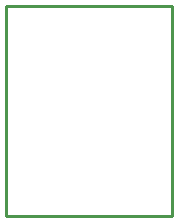
<source format=gm1>
G04*
G04 #@! TF.GenerationSoftware,Altium Limited,Altium Designer,22.2.1 (43)*
G04*
G04 Layer_Color=16711935*
%FSLAX25Y25*%
%MOIN*%
G70*
G04*
G04 #@! TF.SameCoordinates,2C4712D0-D379-43B9-8980-4D05732A6765*
G04*
G04*
G04 #@! TF.FilePolarity,Positive*
G04*
G01*
G75*
%ADD11C,0.01000*%
D11*
X5500Y10500D02*
Y80500D01*
X61000D01*
Y10500D02*
Y80500D01*
X5500Y10500D02*
X61000D01*
M02*

</source>
